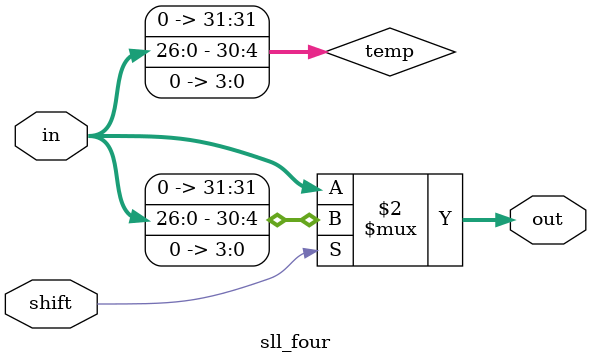
<source format=v>
module sll_four(in, shift, out);
input [31:0] in;
input shift;
output [31:0] out;
wire [31:0] temp;

assign temp[3:0] = 0;
assign temp[31:4] = in[26:0];

assign out = (shift == 1) ? temp : in;

endmodule
</source>
